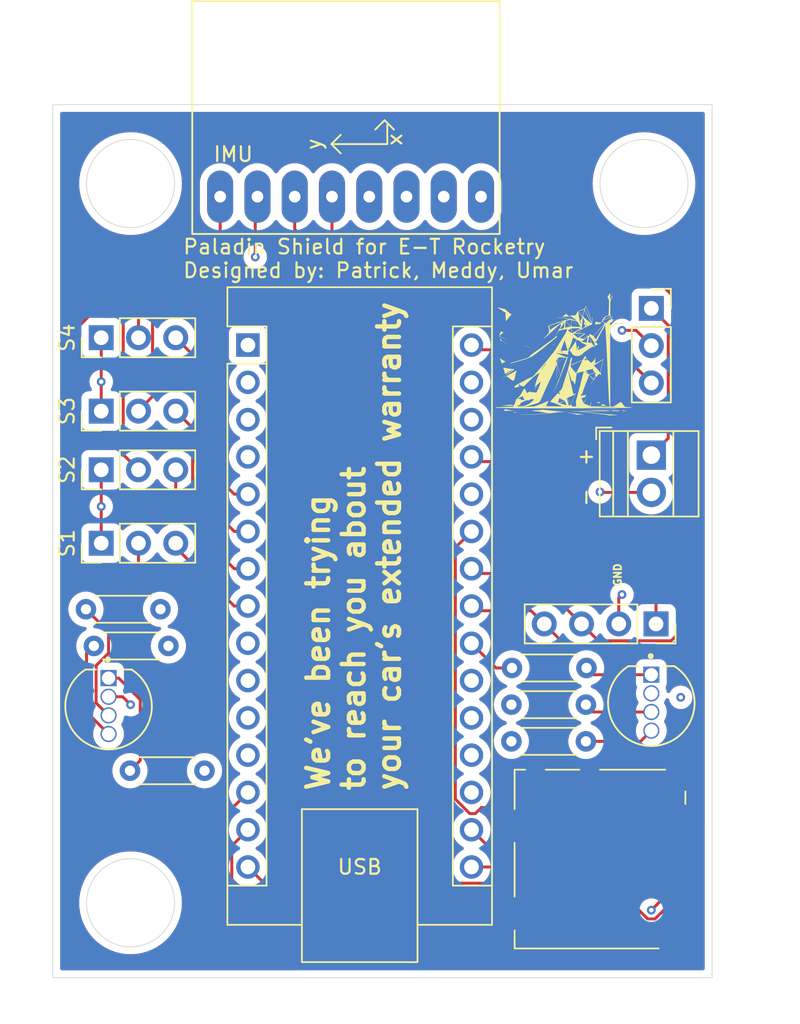
<source format=kicad_pcb>
(kicad_pcb (version 20240108) (generator "pcbnew") (generator_version "8.0")
  (layers (0 "F.Cu" signal) (1 "In1.Cu" signal) (2 "In2.Cu" signal) (31 "B.Cu" signal) (34 "B.Paste" user) (35 "F.Paste" user) (36 "B.SilkS" user "B.Silkscreen") (37 "F.SilkS" user "F.Silkscreen") (38 "B.Mask" user) (39 "F.Mask" user) (44 "Edge.Cuts" user))
  (net 0 "")
  (net 1 "Net-(A1-D4)")
  (net 3 "Net-(A1-A3)")
  (net 4 "Net-(A1-D3)")
  (net 5 "GND")
  (net 6 "Net-(A1-SCL{slash}A5)")
  (net 7 "Net-(A1-D6)")
  (net 8 "Net-(A1-MISO)")
  (net 11 "Net-(A1-D5)")
  (net 12 "Net-(A1-A6)")
  (net 13 "Net-(A1-+5V)")
  (net 14 "Net-(A1-D2)")
  (net 15 "Net-(A1-A1)")
  (net 17 "Net-(A1-D10)")
  (net 19 "Net-(A1-VIN)")
  (net 20 "Net-(A1-SCK)")
  (net 22 "Net-(A1-D7)")
  (net 24 "Net-(A1-MOSI)")
  (net 25 "Net-(A1-SDA{slash}A4)")
  (net 26 "Net-(A1-3V3)")
  (net 27 "Net-(A1-A2)")
  (net 29 "Net-(A1-D8)")
  (net 33 "Net-(J6-Pin_1)")
  (net 38 "Net-(D2-Pad1)")
  (net 39 "Net-(D2-Pad3)")
  (net 40 "Net-(D2-Pad4)")
  (net 41 "Net-(D5-Pad4)")
  (net 42 "Net-(D5-Pad1)")
  (net 43 "Net-(D5-Pad3)")
  (footprint "WP154A4SUREQBFZGC:LED_WP154A4SUREQBFZGC" (layer "F.Cu") (at 81.5 122.595 -90)
    (property "Reference" "D5" (hide yes))
    (property "Value" "WP154A4SUREQBFZGC")
    (pad "1" thru_hole rect (at -1.905 0 270) (size 1.1 1.1) (drill 0.9) (layers "*.Cu" "*.Mask") (net 42 "Net-(D5-Pad1)"))
    (pad "2" thru_hole circle (at -0.635 0 270) (size 1.1 1.1) (drill 0.9) (layers "*.Cu" "*.Mask") (net 5 "GND"))
    (pad "3" thru_hole circle (at 0.635 0 270) (size 1.1 1.1) (drill 0.9) (layers "*.Cu" "*.Mask") (net 43 "Net-(D5-Pad3)"))
    (pad "4" thru_hole circle (at 1.905 0 270) (size 1.1 1.1) (drill 0.9) (layers "*.Cu" "*.Mask") (net 41 "Net-(D5-Pad4)"))
  )
  (footprint "Graphics:paladin" (layer "F.Cu") (at 112.5 98.5)
    (property "Reference" "G***" (hide yes))
    (property "Value" "LOGO" (hide yes))
  )
  (footprint "Resistor_THT:R_Axial_DIN0204_L3.6mm_D1.6mm_P5.08mm_Horizontal" (layer "F.Cu") (at 108.96 122.5)
    (property "Reference" "R5" (hide yes))
    (property "Value" "R")
    (pad "1" thru_hole circle (at 0 0) (size 1.4 1.4) (drill 0.7) (layers "*.Cu" "*.Mask") (net 27 "Net-(A1-A2)"))
    (pad "2" thru_hole oval (at 5.08 0) (size 1.4 1.4) (drill 0.7) (layers "*.Cu" "*.Mask") (net 39 "Net-(D2-Pad3)"))
  )
  (footprint "Connector_PinHeader_2.54mm:PinHeader_1x03_P2.54mm_Vertical" (layer "F.Cu") (at 81 97.5 90)
    (property "Reference" "S4" (at 0 -2.33 90) (layer "F.SilkS"))
    (property "Value" "Conn_01x03")
    (pad "1" thru_hole rect (at 0 0 90) (size 1.7 1.7) (drill 1) (layers "*.Cu" "*.Mask") (net 5 "GND"))
    (pad "2" thru_hole oval (at 0 2.54 90) (size 1.7 1.7) (drill 1) (layers "*.Cu" "*.Mask") (net 19 "Net-(A1-VIN)"))
    (pad "3" thru_hole oval (at 0 5.08 90) (size 1.7 1.7) (drill 1) (layers "*.Cu" "*.Mask") (net 14 "Net-(A1-D2)"))
  )
  (footprint "Module:Arduino_Nano" (layer "F.Cu") (at 91 98)
    (property "Reference" "A1" (hide yes))
    (property "Value" "Arduino_Nano_Every")
    (fp_text user "USB" (at 7.62 35.56 0) (layer "F.SilkS"))
    (pad "1" thru_hole rect (at 0 0) (size 1.6 1.6) (drill 1) (layers "*.Cu" "*.Mask"))
    (pad "2" thru_hole oval (at 0 2.54) (size 1.6 1.6) (drill 1) (layers "*.Cu" "*.Mask"))
    (pad "3" thru_hole oval (at 0 5.08) (size 1.6 1.6) (drill 1) (layers "*.Cu" "*.Mask"))
    (pad "4" thru_hole oval (at 0 7.62) (size 1.6 1.6) (drill 1) (layers "*.Cu" "*.Mask") (net 5 "GND"))
    (pad "5" thru_hole oval (at 0 10.16) (size 1.6 1.6) (drill 1) (layers "*.Cu" "*.Mask") (net 14 "Net-(A1-D2)"))
    (pad "6" thru_hole oval (at 0 12.7) (size 1.6 1.6) (drill 1) (layers "*.Cu" "*.Mask") (net 4 "Net-(A1-D3)"))
    (pad "7" thru_hole oval (at 0 15.24) (size 1.6 1.6) (drill 1) (layers "*.Cu" "*.Mask") (net 1 "Net-(A1-D4)"))
    (pad "8" thru_hole oval (at 0 17.78) (size 1.6 1.6) (drill 1) (layers "*.Cu" "*.Mask") (net 11 "Net-(A1-D5)"))
    (pad "9" thru_hole oval (at 0 20.32) (size 1.6 1.6) (drill 1) (layers "*.Cu" "*.Mask") (net 7 "Net-(A1-D6)"))
    (pad "10" thru_hole oval (at 0 22.86) (size 1.6 1.6) (drill 1) (layers "*.Cu" "*.Mask") (net 22 "Net-(A1-D7)"))
    (pad "11" thru_hole oval (at 0 25.4) (size 1.6 1.6) (drill 1) (layers "*.Cu" "*.Mask") (net 29 "Net-(A1-D8)"))
    (pad "12" thru_hole oval (at 0 27.94) (size 1.6 1.6) (drill 1) (layers "*.Cu" "*.Mask"))
    (pad "13" thru_hole oval (at 0 30.48) (size 1.6 1.6) (drill 1) (layers "*.Cu" "*.Mask") (net 17 "Net-(A1-D10)"))
    (pad "14" thru_hole oval (at 0 33.02) (size 1.6 1.6) (drill 1) (layers "*.Cu" "*.Mask") (net 24 "Net-(A1-MOSI)"))
    (pad "15" thru_hole oval (at 0 35.56) (size 1.6 1.6) (drill 1) (layers "*.Cu" "*.Mask") (net 8 "Net-(A1-MISO)"))
    (pad "16" thru_hole oval (at 15.24 35.56) (size 1.6 1.6) (drill 1) (layers "*.Cu" "*.Mask") (net 20 "Net-(A1-SCK)"))
    (pad "17" thru_hole oval (at 15.24 33.02) (size 1.6 1.6) (drill 1) (layers "*.Cu" "*.Mask") (net 26 "Net-(A1-3V3)"))
    (pad "18" thru_hole oval (at 15.24 30.48) (size 1.6 1.6) (drill 1) (layers "*.Cu" "*.Mask"))
    (pad "19" thru_hole oval (at 15.24 27.94) (size 1.6 1.6) (drill 1) (layers "*.Cu" "*.Mask"))
    (pad "20" thru_hole oval (at 15.24 25.4) (size 1.6 1.6) (drill 1) (layers "*.Cu" "*.Mask") (net 15 "Net-(A1-A1)"))
    (pad "21" thru_hole oval (at 15.24 22.86) (size 1.6 1.6) (drill 1) (layers "*.Cu" "*.Mask") (net 27 "Net-(A1-A2)"))
    (pad "22" thru_hole oval (at 15.24 20.32) (size 1.6 1.6) (drill 1) (layers "*.Cu" "*.Mask") (net 3 "Net-(A1-A3)"))
    (pad "23" thru_hole oval (at 15.24 17.78) (size 1.6 1.6) (drill 1) (layers "*.Cu" "*.Mask") (net 25 "Net-(A1-SDA{slash}A4)"))
    (pad "24" thru_hole oval (at 15.24 15.24) (size 1.6 1.6) (drill 1) (layers "*.Cu" "*.Mask") (net 6 "Net-(A1-SCL{slash}A5)"))
    (pad "25" thru_hole oval (at 15.24 12.7) (size 1.6 1.6) (drill 1) (layers "*.Cu" "*.Mask") (net 12 "Net-(A1-A6)"))
    (pad "26" thru_hole oval (at 15.24 10.16) (size 1.6 1.6) (drill 1) (layers "*.Cu" "*.Mask"))
    (pad "27" thru_hole oval (at 15.24 7.62) (size 1.6 1.6) (drill 1) (layers "*.Cu" "*.Mask") (net 13 "Net-(A1-+5V)"))
    (pad "28" thru_hole oval (at 15.24 5.08) (size 1.6 1.6) (drill 1) (layers "*.Cu" "*.Mask"))
    (pad "29" thru_hole oval (at 15.24 2.54) (size 1.6 1.6) (drill 1) (layers "*.Cu" "*.Mask") (net 5 "GND"))
    (pad "30" thru_hole oval (at 15.24 0) (size 1.6 1.6) (drill 1) (layers "*.Cu" "*.Mask") (net 19 "Net-(A1-VIN)"))
  )
  (footprint "Connector_PinHeader_2.54mm:PinHeader_1x03_P2.54mm_Vertical" (layer "F.Cu") (at 81 106.5 90)
    (property "Reference" "S2" (at 0 -2.33 90) (layer "F.SilkS"))
    (property "Value" "Conn_01x03")
    (pad "1" thru_hole rect (at 0 0 90) (size 1.7 1.7) (drill 1) (layers "*.Cu" "*.Mask") (net 5 "GND"))
    (pad "2" thru_hole oval (at 0 2.54 90) (size 1.7 1.7) (drill 1) (layers "*.Cu" "*.Mask") (net 19 "Net-(A1-VIN)"))
    (pad "3" thru_hole oval (at 0 5.08 90) (size 1.7 1.7) (drill 1) (layers "*.Cu" "*.Mask") (net 1 "Net-(A1-D4)"))
  )
  (footprint "Connector_PinHeader_2.54mm:PinHeader_1x03_P2.54mm_Vertical" (layer "F.Cu") (at 81 102.5 90)
    (property "Reference" "S3" (at 0 -2.33 90) (layer "F.SilkS"))
    (property "Value" "Conn_01x03")
    (pad "1" thru_hole rect (at 0 0 90) (size 1.7 1.7) (drill 1) (layers "*.Cu" "*.Mask") (net 5 "GND"))
    (pad "2" thru_hole oval (at 0 2.54 90) (size 1.7 1.7) (drill 1) (layers "*.Cu" "*.Mask") (net 19 "Net-(A1-VIN)"))
    (pad "3" thru_hole oval (at 0 5.08 90) (size 1.7 1.7) (drill 1) (layers "*.Cu" "*.Mask") (net 4 "Net-(A1-D3)"))
  )
  (footprint "TerminalBlock:TerminalBlock_Xinya_XY308-2.54-2P_1x02_P2.54mm_Horizontal" (layer "F.Cu") (at 118.5 105.5 -90)
    (property "Reference" "-  +" (at 1.5 4.5 90) (layer "F.SilkS"))
    (property "Value" "Screw_Terminal_01x02")
    (pad "1" thru_hole rect (at 0 0 270) (size 2 2) (drill 1.2) (layers "*.Cu" "*.Mask") (net 33 "Net-(J6-Pin_1)"))
    (pad "2" thru_hole circle (at 2.54 0 270) (size 2 2) (drill 1.2) (layers "*.Cu" "*.Mask") (net 5 "GND"))
  )
  (footprint "Resistor_THT:R_Axial_DIN0204_L3.6mm_D1.6mm_P5.08mm_Horizontal" (layer "F.Cu") (at 88.04 127 180)
    (property "Reference" "R3" (hide yes))
    (property "Value" "R")
    (pad "1" thru_hole circle (at 0 0 180) (size 1.4 1.4) (drill 0.7) (layers "*.Cu" "*.Mask") (net 29 "Net-(A1-D8)"))
    (pad "2" thru_hole oval (at 5.08 0 180) (size 1.4 1.4) (drill 0.7) (layers "*.Cu" "*.Mask") (net 42 "Net-(D5-Pad1)"))
  )
  (footprint "Resistor_THT:R_Axial_DIN0204_L3.6mm_D1.6mm_P5.08mm_Horizontal" (layer "F.Cu") (at 109 120)
    (property "Reference" "R4" (hide yes))
    (property "Value" "R")
    (pad "1" thru_hole circle (at 0 0) (size 1.4 1.4) (drill 0.7) (layers "*.Cu" "*.Mask") (net 3 "Net-(A1-A3)"))
    (pad "2" thru_hole oval (at 5.08 0) (size 1.4 1.4) (drill 0.7) (layers "*.Cu" "*.Mask") (net 38 "Net-(D2-Pad1)"))
  )
  (footprint "Resistor_THT:R_Axial_DIN0204_L3.6mm_D1.6mm_P5.08mm_Horizontal" (layer "F.Cu") (at 85.04 116 180)
    (property "Reference" "R2" (hide yes))
    (property "Value" "R")
    (pad "1" thru_hole circle (at 0 0 180) (size 1.4 1.4) (drill 0.7) (layers "*.Cu" "*.Mask") (net 22 "Net-(A1-D7)"))
    (pad "2" thru_hole oval (at 5.08 0 180) (size 1.4 1.4) (drill 0.7) (layers "*.Cu" "*.Mask") (net 43 "Net-(D5-Pad3)"))
  )
  (footprint "Connector_PinHeader_2.54mm:PinHeader_1x03_P2.54mm_Vertical" (layer "F.Cu") (at 81 111.5 90)
    (property "Reference" "S1" (at 0 -2.33 90) (layer "F.SilkS"))
    (property "Value" "Conn_01x03")
    (pad "1" thru_hole rect (at 0 0 90) (size 1.7 1.7) (drill 1) (layers "*.Cu" "*.Mask") (net 5 "GND"))
    (pad "2" thru_hole oval (at 0 2.54 90) (size 1.7 1.7) (drill 1) (layers "*.Cu" "*.Mask") (net 19 "Net-(A1-VIN)"))
    (pad "3" thru_hole oval (at 0 5.08 90) (size 1.7 1.7) (drill 1) (layers "*.Cu" "*.Mask") (net 11 "Net-(A1-D5)"))
  )
  (footprint "GY-521:GY-521" (layer "F.Cu") (at 98 79 90)
    (property "Reference" "U1" (hide yes))
    (property "Value" "GY-521")
    (fp_text user "x" (at -5 3 90) (layer "F.SilkS"))
    (fp_text user "y" (at -5.31 -2.5 90) (layer "F.SilkS"))
    (fp_text user "IMU" (at -6 -8 180) (layer "F.SilkS"))
    (pad "ADO" thru_hole oval (at -8.89 6.35 90) (size 3.556 1.778) (drill 0.8) (layers "*.Cu" "*.Mask"))
    (pad "GND" thru_hole oval (at -8.89 -6.35 90) (size 3.556 1.778) (drill 0.8) (layers "*.Cu" "*.Mask") (net 5 "GND"))
    (pad "INT" thru_hole oval (at -8.89 8.89 90) (size 3.556 1.778) (drill 0.8) (layers "*.Cu" "*.Mask"))
    (pad "SCL" thru_hole oval (at -8.89 -3.81 90) (size 3.556 1.778) (drill 0.8) (layers "*.Cu" "*.Mask") (net 6 "Net-(A1-SCL{slash}A5)"))
    (pad "SDA" thru_hole oval (at -8.89 -1.27 90) (size 3.556 1.778) (drill 0.8) (layers "*.Cu" "*.Mask") (net 25 "Net-(A1-SDA{slash}A4)"))
    (pad "VCC" thru_hole oval (at -8.89 -8.89 90) (size 3.556 1.778) (drill 0.8) (layers "*.Cu" "*.Mask") (net 19 "Net-(A1-VIN)"))
    (pad "XCL" thru_hole oval (at -8.89 3.81 90) (size 3.556 1.778) (drill 0.8) (layers "*.Cu" "*.Mask"))
    (pad "XDA" thru_hole oval (at -8.89 1.27 90) (size 3.556 1.778) (drill 0.8) (layers "*.Cu" "*.Mask"))
  )
  (footprint "Connector_Card:microSD_HC_Molex_104031-0811" (layer "F.Cu") (at 115 133 -90)
    (property "Reference" "J1" (hide yes))
    (property "Value" "Micro_SD_Card_Det1")
    (pad "1" smd rect (at -3.105 -5.45 270) (size 0.85 1.1) (layers "F.Cu" "F.Paste" "F.Mask"))
    (pad "2" smd rect (at -2.005 -5.45 270) (size 0.85 1.1) (layers "F.Cu" "F.Paste" "F.Mask") (net 17 "Net-(A1-D10)"))
    (pad "3" smd rect (at -0.905 -5.45 270) (size 0.85 1.1) (layers "F.Cu" "F.Paste" "F.Mask") (net 24 "Net-(A1-MOSI)"))
    (pad "4" smd rect (at 0.195 -5.45 270) (size 0.85 1.1) (layers "F.Cu" "F.Paste" "F.Mask") (net 26 "Net-(A1-3V3)"))
    (pad "5" smd rect (at 1.295 -5.45 270) (size 0.85 1.1) (layers "F.Cu" "F.Paste" "F.Mask") (net 20 "Net-(A1-SCK)"))
    (pad "6" smd rect (at 2.395 -5.45 270) (size 0.85 1.1) (layers "F.Cu" "F.Paste" "F.Mask") (net 5 "GND"))
    (pad "7" smd rect (at 3.495 -5.45 270) (size 0.85 1.1) (layers "F.Cu" "F.Paste" "F.Mask") (net 8 "Net-(A1-MISO)"))
    (pad "8" smd rect (at 4.545 -5.45 270) (size 0.75 1.1) (layers "F.Cu" "F.Paste" "F.Mask"))
    (pad "9" smd rect (at -5.74 0.7 270) (size 1.2 1) (layers "F.Cu" "F.Paste" "F.Mask") (net 12 "Net-(A1-A6)"))
    (pad "10" smd rect (at -5.74 4.4 270) (size 1.2 1) (layers "F.Cu" "F.Paste" "F.Mask"))
    (pad "11" smd rect (at -5.565 -5.325 270) (size 1.55 1.35) (layers "F.Cu" "F.Paste" "F.Mask"))
    (pad "11" smd rect (at -2.24 5.375 270) (size 1.9 1.35) (layers "F.Cu" "F.Paste" "F.Mask"))
    (pad "11" smd rect (at 3.73 5.375 270) (size 1.9 1.35) (layers "F.Cu" "F.Paste" "F.Mask"))
    (pad "11" smd rect (at 5.755 -5.1 270) (size 1.17 1.8) (layers "F.Cu" "F.Paste" "F.Mask"))
  )
  (footprint "Connector_PinSocket_2.54mm:PinSocket_1x03_P2.54mm_Vertical" (layer "F.Cu") (at 118.5 95.5)
    (property "Reference" "J7" (hide yes))
    (property "Value" "Conn_01x03")
    (pad "1" thru_hole rect (at 0 0) (size 1.7 1.7) (drill 1) (layers "*.Cu" "*.Mask") (net 33 "Net-(J6-Pin_1)"))
    (pad "2" thru_hole oval (at 0 2.54) (size 1.7 1.7) (drill 1) (layers "*.Cu" "*.Mask") (net 5 "GND"))
    (pad "3" thru_hole oval (at 0 5.08) (size 1.7 1.7) (drill 1) (layers "*.Cu" "*.Mask") (net 19 "Net-(A1-VIN)"))
  )
  (footprint "Resistor_THT:R_Axial_DIN0204_L3.6mm_D1.6mm_P5.08mm_Horizontal" (layer "F.Cu") (at 108.96 125)
    (property "Reference" "R6" (hide yes))
    (property "Value" "R")
    (pad "1" thru_hole circle (at 0 0) (size 1.4 1.4) (drill 0.7) (layers "*.Cu" "*.Mask") (net 15 "Net-(A1-A1)"))
    (pad "2" thru_hole oval (at 5.08 0) (size 1.4 1.4) (drill 0.7) (layers "*.Cu" "*.Mask") (net 40 "Net-(D2-Pad4)"))
  )
  (footprint "Resistor_THT:R_Axial_DIN0204_L3.6mm_D1.6mm_P5.08mm_Horizontal" (layer "F.Cu") (at 85.58 118.5 180)
    (property "Reference" "R1" (hide yes))
    (property "Value" "R")
    (pad "1" thru_hole circle (at 0 0 180) (size 1.4 1.4) (drill 0.7) (layers "*.Cu" "*.Mask") (net 7 "Net-(A1-D6)"))
    (pad "2" thru_hole oval (at 5.08 0 180) (size 1.4 1.4) (drill 0.7) (layers "*.Cu" "*.Mask") (net 41 "Net-(D5-Pad4)"))
  )
  (footprint "WP154A4SUREQBFZGC:LED_WP154A4SUREQBFZGC" (layer "F.Cu") (at 118.5 122.365 -90)
    (property "Reference" "D2" (hide yes))
    (property "Value" "WP154A4SUREQBFZGC")
    (pad "1" thru_hole rect (at -1.905 0 270) (size 1.1 1.1) (drill 0.9) (layers "*.Cu" "*.Mask") (net 38 "Net-(D2-Pad1)"))
    (pad "2" thru_hole circle (at -0.635 0 270) (size 1.1 1.1) (drill 0.9) (layers "*.Cu" "*.Mask") (net 5 "GND"))
    (pad "3" thru_hole circle (at 0.635 0 270) (size 1.1 1.1) (drill 0.9) (layers "*.Cu" "*.Mask") (net 39 "Net-(D2-Pad3)"))
    (pad "4" thru_hole circle (at 1.905 0 270) (size 1.1 1.1) (drill 0.9) (layers "*.Cu" "*.Mask") (net 40 "Net-(D2-Pad4)"))
  )
  (footprint "Connector_PinSocket_2.54mm:PinSocket_1x04_P2.54mm_Vertical" (layer "F.Cu") (at 118.82 117 -90)
    (property "Reference" "J8" (hide yes))
    (property "Value" "Conn_01x04")
    (pad "1" thru_hole rect (at 0 0 270) (size 1.7 1.7) (drill 1) (layers "*.Cu" "*.Mask") (net 13 "Net-(A1-+5V)"))
    (pad "2" thru_hole oval (at 0 2.54 270) (size 1.7 1.7) (drill 1) (layers "*.Cu" "*.Mask") (net 5 "GND"))
    (pad "3" thru_hole oval (at 0 5.08 270) (size 1.7 1.7) (drill 1) (layers "*.Cu" "*.Mask") (net 6 "Net-(A1-SCL{slash}A5)"))
    (pad "4" thru_hole oval (at 0 7.62 270) (size 1.7 1.7) (drill 1) (layers "*.Cu" "*.Mask") (net 25 "Net-(A1-SDA{slash}A4)"))
  )
  (gr_circle (center 83 136) (end 86 136) (stroke (width 0.05)) (fill none) (layer "Edge.Cuts"))
  (gr_circle (center 118 87) (end 118 90) (stroke (width 0.05)) (fill none) (layer "Edge.Cuts"))
  (gr_circle (center 83 87) (end 83 84) (stroke (width 0.05)) (fill none) (layer "Edge.Cuts"))
  (gr_rect (start 77.7 81.62) (end 122.64 141.1) (stroke (width 0.05)) (fill none) (layer "Edge.Cuts"))
  (gr_text "GND" (at 116.5 114.5 90) (layer "F.SilkS") (effects (font (size 0.5 0.5) (thickness 0.125) (bold yes)) (justify left bottom)))
  (gr_text "We've been trying \nto reach you about \nyour car's extended warranty" (at 101.5 128.5 90) (layer "F.SilkS") (effects (font (size 1.5 1.5) (thickness 0.3) (bold yes)) (justify left bottom)))
  (gr_text "Paladin Shield for E-T Rocketry\nDesigned by: Patrick, Meddy, Umar" (at 86.5 93.5 0) (layer "F.SilkS") (effects (font (size 1 1)) (justify left bottom)))
  (segment (start 86.08 109.25) (end 86.08 106.5) (width 0.2) (layer "F.Cu") (net 1))
  (segment (start 91 113.24) (end 90.07 113.24) (width 0.2) (layer "F.Cu") (net 1))
  (segment (start 90.07 113.24) (end 86.08 109.25) (width 0.2) (layer "F.Cu") (net 1))
  (segment (start 107.92 120) (end 106.24 118.32) (width 0.2) (layer "F.Cu") (net 3))
  (segment (start 109 120) (end 107.92 120) (width 0.2) (layer "F.Cu") (net 3))
  (segment (start 87.23 107.86) (end 87.23 103.65) (width 0.2) (layer "F.Cu") (net 4))
  (segment (start 90.07 110.7) (end 87.23 107.86) (width 0.2) (layer "F.Cu") (net 4))
  (segment (start 91 110.7) (end 90.07 110.7) (width 0.2) (layer "F.Cu") (net 4))
  (segment (start 87.23 103.65) (end 86.08 102.5) (width 0.2) (layer "F.Cu") (net 4))
  (segment (start 81 106.5) (end 81 109) (width 0.2) (layer "F.Cu") (net 5))
  (segment (start 117.46 97) (end 116.5 97) (width 0.2) (layer "F.Cu") (net 5))
  (segment (start 115.04 108.04) (end 115 108) (width 0.2) (layer "F.Cu") (net 5))
  (segment (start 81 102.5) (end 81 100.5) (width 0.2) (layer "F.Cu") (net 5))
  (segment (start 116.28 115.22) (end 116.28 117) (width 0.2) (layer "F.Cu") (net 5))
  (segment (start 91.65 87.89) (end 91.61 87.89) (width 0.2) (layer "F.Cu") (net 5))
  (segment (start 81 100.5) (end 81 97.5) (width 0.2) (layer "F.Cu") (net 5))
  (segment (start 81.5 121.96) (end 82.46 121.96) (width 0.2) (layer "F.Cu") (net 5))
  (segment (start 119.605 135.395) (end 118.5 136.5) (width 0.2) (layer "F.Cu") (net 5))
  (segment (start 81 109) (end 81 111.5) (width 0.2) (layer "F.Cu") (net 5))
  (segment (start 82.46 121.96) (end 83 122.5) (width 0.2) (layer "F.Cu") (net 5))
  (segment (start 91.5 88) (end 91.61 87.89) (width 0.2) (layer "F.Cu") (net 5))
  (segment (start 118.5 98.04) (end 117.46 97) (width 0.2) (layer "F.Cu") (net 5))
  (segment (start 118.5 108.04) (end 115.04 108.04) (width 0.2) (layer "F.Cu") (net 5))
  (segment (start 116.5 115) (end 116.28 115.22) (width 0.2) (layer "F.Cu") (net 5))
  (segment (start 120.45 135.395) (end 119.605 135.395) (width 0.2) (layer "F.Cu") (net 5))
  (segment (start 91.5 88) (end 91.5 92) (width 0.2) (layer "F.Cu") (net 5))
  (via (at 118.5 136.5) (size 0.6) (drill 0.3) (layers "F.Cu" "B.Cu") (net 5))
  (via (at 120.5 122) (size 0.6) (drill 0.3) (layers "F.Cu" "B.Cu") (net 5))
  (via (at 83 122.5) (size 0.6) (drill 0.3) (layers "F.Cu" "B.Cu") (net 5))
  (via (at 115 108) (size 0.6) (drill 0.3) (layers "F.Cu" "B.Cu") (net 5))
  (via (at 91.5 92) (size 0.6) (drill 0.3) (layers "F.Cu" "B.Cu") (net 5))
  (via (at 116.5 97) (size 0.6) (drill 0.3) (layers "F.Cu" "B.Cu") (net 5))
  (via (at 116.5 115) (size 0.6) (drill 0.3) (layers "F.Cu" "B.Cu") (net 5))
  (via (at 81 100.5) (size 0.6) (drill 0.3) (layers "F.Cu" "B.Cu") (net 5))
  (via (at 81 109) (size 0.6) (drill 0.3) (layers "F.Cu" "B.Cu") (net 5))
  (segment (start 94.19 87.89) (end 94.19 90.115685) (width 0.2) (layer "F.Cu") (net 6))
  (segment (start 113.74 117) (end 110.3 113.56) (width 0.2) (layer "F.Cu") (net 6))
  (segment (start 119.85 118.15) (end 114.89 118.15) (width 0.2) (layer "F.Cu") (net 6))
  (segment (start 110.3 113.56) (end 106.56 113.56) (width 0.2) (layer "F.Cu") (net 6))
  (segment (start 118.8 93.5) (end 120.5 95.2) (width 0.2) (layer "F.Cu") (net 6))
  (segment (start 114.89 118.15) (end 113.74 117) (width 0.2) (layer "F.Cu") (net 6))
  (segment (start 96 91.925685) (end 96 93.5) (width 0.2) (layer "F.Cu") (net 6))
  (segment (start 94.19 90.115685) (end 96 91.925685) (width 0.2) (layer "F.Cu") (net 6))
  (segment (start 96 93.5) (end 118.8 93.5) (width 0.2) (layer "F.Cu") (net 6))
  (segment (start 120.5 95.2) (end 120.5 117.5) (width 0.2) (layer "F.Cu") (net 6))
  (segment (start 120.5 117.5) (end 119.85 118.15) (width 0.2) (layer "F.Cu") (net 6))
  (segment (start 106.56 113.56) (end 106.24 113.24) (width 0.2) (layer "F.Cu") (net 6))
  (segment (start 115.811471 134.66) (end 92.1 134.66) (width 0.2) (layer "F.Cu") (net 8))
  (segment (start 119.353529 136.495) (end 118.748529 137.1) (width 0.2) (layer "F.Cu") (net 8))
  (segment (start 92.1 134.66) (end 91 133.56) (width 0.2) (layer "F.Cu") (net 8))
  (segment (start 118.748529 137.1) (end 118.251471 137.1) (width 0.2) (layer "F.Cu") (net 8))
  (segment (start 120.45 136.495) (end 119.353529 136.495) (width 0.2) (layer "F.Cu") (net 8))
  (segment (start 118.251471 137.1) (end 115.811471 134.66) (width 0.2) (layer "F.Cu") (net 8))
  (segment (start 86.08 111.79) (end 86.08 111.5) (width 0.2) (layer "F.Cu") (net 11))
  (segment (start 90.07 115.78) (end 86.08 111.79) (width 0.2) (layer "F.Cu") (net 11))
  (segment (start 91 115.78) (end 90.07 115.78) (width 0.2) (layer "F.Cu") (net 11))
  (segment (start 105.14 128.935635) (end 105.14 111.8) (width 0.2) (layer "F.Cu") (net 12))
  (segment (start 114.3 127.26) (end 112.05 129.51) (width 0.2) (layer "F.Cu") (net 12))
  (segment (start 105.14 111.8) (end 106.24 110.7) (width 0.2) (layer "F.Cu") (net 12))
  (segment (start 106.124365 129.92) (end 105.14 128.935635) (width 0.2) (layer "F.Cu") (net 12))
  (segment (start 112.05 129.51) (end 106.91 129.51) (width 0.2) (layer "F.Cu") (net 12))
  (segment (start 106.5 129.92) (end 106.124365 129.92) (width 0.2) (layer "F.Cu") (net 12))
  (segment (start 106.91 129.51) (end 106.5 129.92) (width 0.2) (layer "F.Cu") (net 12))
  (segment (start 111.44 105.94) (end 106.56 105.94) (width 0.2) (layer "F.Cu") (net 13))
  (segment (start 106.56 105.94) (end 106.24 105.62) (width 0.2) (layer "F.Cu") (net 13))
  (segment (start 118.82 113.32) (end 111.44 105.94) (width 0.2) (layer "F.Cu") (net 13))
  (segment (start 118.82 117) (end 118.82 113.32) (width 0.2) (layer "F.Cu") (net 13))
  (segment (start 87.63 99.05) (end 86.08 97.5) (width 0.2) (layer "F.Cu") (net 14))
  (segment (start 90.07 108.16) (end 87.63 105.72) (width 0.2) (layer "F.Cu") (net 14))
  (segment (start 91 108.16) (end 90.07 108.16) (width 0.2) (layer "F.Cu") (net 14))
  (segment (start 87.63 105.72) (end 87.63 99.05) (width 0.2) (layer "F.Cu") (net 14))
  (segment (start 121.7 131.495) (end 121.7 139.805685) (width 0.2) (layer "F.Cu") (net 17))
  (segment (start 121.7 139.805685) (end 121.465685 140.04) (width 0.2) (layer "F.Cu") (net 17))
  (segment (start 94.974314 140.04) (end 89.5 134.565686) (width 0.2) (layer "F.Cu") (net 17))
  (segment (start 121.2 130.995) (end 121.7 131.495) (width 0.2) (layer "F.Cu") (net 17))
  (segment (start 121.465685 140.04) (end 94.974314 140.04) (width 0.2) (layer "F.Cu") (net 17))
  (segment (start 89.5 134.565686) (end 89.5 129.98) (width 0.2) (layer "F.Cu") (net 17))
  (segment (start 120.45 130.995) (end 121.2 130.995) (width 0.2) (layer "F.Cu") (net 17))
  (segment (start 89.5 129.98) (end 91 128.48) (width 0.2) (layer "F.Cu") (net 17))
  (segment (start 84 94) (end 84.5 93.5) (width 0.2) (layer "F.Cu") (net 19))
  (segment (start 106.24 98) (end 106.56 98.32) (width 0.2) (layer "F.Cu") (net 19))
  (segment (start 79 97.2) (end 82.2 94) (width 0.2) (layer "F.Cu") (net 19))
  (segment (start 89.11 87.89) (end 89.11 94.04) (width 0.2) (layer "F.Cu") (net 19))
  (segment (start 106.56 98.32) (end 116.24 98.32) (width 0.2) (layer "F.Cu") (net 19))
  (segment (start 83.54 94.46) (end 83.54 97.5) (width 0.2) (layer "F.Cu") (net 19))
  (segment (start 84.5 93.5) (end 83.54 94.46) (width 0.2) (layer "F.Cu") (net 19))
  (segment (start 83.54 111.5) (end 83.54 113.96) (width 0.2) (layer "F.Cu") (net 19))
  (segment (start 116.24 98.32) (end 118.5 100.58) (width 0.2) (layer "F.Cu") (net 19))
  (segment (start 83.5 102.5) (end 84.5 101.5) (width 0.2) (layer "F.Cu") (net 19))
  (segment (start 115.5 97.58) (end 118.5 100.58) (width 0.2) (layer "F.Cu") (net 19))
  (segment (start 83.5 114) (end 79 114) (width 0.2) (layer "F.Cu") (net 19))
  (segment (start 83.54 113.96) (end 83.5 114) (width 0.2) (layer "F.Cu") (net 19))
  (segment (start 89.11 94.04) (end 89 94.15) (width 0.2) (layer "F.Cu") (net 19))
  (segment (start 82.5 105.46) (end 82.5 94.5) (width 0.2) (layer "F.Cu") (net 19))
  (segment (start 82.2 94) (end 84 94) (width 0.2) (layer "F.Cu") (net 19))
  (segment (start 84.5 101.5) (end 84.5 93.5) (width 0.2) (layer "F.Cu") (net 19))
  (segment (start 83 94) (end 84 94) (width 0.2) (layer "F.Cu") (net 19))
  (segment (start 89 94.15) (end 115.5 94.15) (width 0.2) (layer "F.Cu") (net 19))
  (segment (start 84.5 93.5) (end 85.15 94.15) (width 0.2) (layer "F.Cu") (net 19))
  (segment (start 83.54 102.5) (end 83.5 102.5) (width 0.2) (layer "F.Cu") (net 19))
  (segment (start 79 114) (end 79 97.2) (width 0.2) (layer "F.Cu") (net 19))
  (segment (start 115.5 94.15) (end 115.5 97.58) (width 0.2) (layer "F.Cu") (net 19))
  (segment (start 82.5 94.5) (end 83 94) (width 0.2) (layer "F.Cu") (net 19))
  (segment (start 85.15 94.15) (end 89 94.15) (width 0.2) (layer "F.Cu") (net 19))
  (segment (start 83.54 106.5) (end 82.5 105.46) (width 0.2) (layer "F.Cu") (net 19))
  (segment (start 119.7 134.295) (end 118.965 133.56) (width 0.2) (layer "F.Cu") (net 20))
  (segment (start 120.45 134.295) (end 119.7 134.295) (width 0.2) (layer "F.Cu") (net 20))
  (segment (start 118.965 133.56) (end 106.24 133.56) (width 0.2) (layer "F.Cu") (net 20))
  (segment (start 120.925 132.095) (end 121.3 132.47) (width 0.2) (layer "F.Cu") (net 24))
  (segment (start 95.14 139.64) (end 89.9 134.4) (width 0.2) (layer "F.Cu") (net 24))
  (segment (start 89.9 132.12) (end 91 131.02) (width 0.2) (layer "F.Cu") (net 24))
  (segment (start 121.3 132.47) (end 121.3 139.64) (width 0.2) (layer "F.Cu") (net 24))
  (segment (start 89.9 134.4) (end 89.9 132.12) (width 0.2) (layer "F.Cu") (net 24))
  (segment (start 120.45 132.095) (end 120.925 132.095) (width 0.2) (layer "F.Cu") (net 24))
  (segment (start 121.3 139.64) (end 95.14 139.64) (width 0.2) (layer "F.Cu") (net 24))
  (segment (start 96.73 91.73) (end 96.73 87.89) (width 0.2) (layer "F.Cu") (net 25))
  (segment (start 120.9 95.034314) (end 118.365686 92.5) (width 0.2) (layer "F.Cu") (net 25))
  (segment (start 111.2 117) (end 112.75 118.55) (width 0.2) (layer "F.Cu") (net 25))
  (segment (start 97.5 92.5) (end 96.73 91.73) (width 0.2) (layer "F.Cu") (net 25))
  (segment (start 111.2 117) (end 110.3 116.1) (width 0.2) (layer "F.Cu") (net 25))
  (segment (start 112.75 118.55) (end 120.45 118.55) (width 0.2) (layer "F.Cu") (net 25))
  (segment (start 106.56 116.1) (end 106.24 115.78) (width 0.2) (layer "F.Cu") (net 25))
  (segment (start 120.45 118.55) (end 120.9 118.1) (width 0.2) (layer "F.Cu") (net 25))
  (segment (start 110.3 116.1) (end 106.56 116.1) (width 0.2) (layer "F.Cu") (net 25))
  (segment (start 118.365686 92.5) (end 97.5 92.5) (width 0.2) (layer "F.Cu") (net 25))
  (segment (start 120.9 118.1) (end 120.9 95.034314) (width 0.2) (layer "F.Cu") (net 25))
  (segment (start 107.23 132.01) (end 106.24 131.02) (width 0.2) (layer "F.Cu") (net 26))
  (segment (start 119.7 133.195) (end 118.515 132.01) (width 0.2) (layer "F.Cu") (net 26))
  (segment (start 120.45 133.195) (end 119.7 133.195) (width 0.2) (layer "F.Cu") (net 26))
  (segment (start 118.515 132.01) (end 107.23 132.01) (width 0.2) (layer "F.Cu") (net 26))
  (segment (start 119.65 96.65) (end 118.5 95.5) (width 0.2) (layer "F.Cu") (net 33))
  (segment (start 118.5 105.5) (end 119.65 104.35) (width 0.2) (layer "F.Cu") (net 33))
  (segment (start 119.65 104.35) (end 119.65 96.65) (width 0.2) (layer "F.Cu") (net 33))
  (segment (start 114.54 120.46) (end 114.08 120) (width 0.2) (layer "F.Cu") (net 38))
  (segment (start 118.5 120.46) (end 114.54 120.46) (width 0.2) (layer "F.Cu") (net 38))
  (segment (start 118.5 123) (end 114.54 123) (width 0.2) (layer "F.Cu") (net 39))
  (segment (start 114.54 123) (end 114.04 122.5) (width 0.2) (layer "F.Cu") (net 39))
  (segment (start 118.5 124.27) (end 117.77 125) (width 0.2) (layer "F.Cu") (net 40))
  (segment (start 117.77 125) (end 114.04 125) (width 0.2) (layer "F.Cu") (net 40))
  (segment (start 80 123) (end 81.5 124.5) (width 0.2) (layer "F.Cu") (net 41))
  (segment (start 80.5 118.5) (end 80 119) (width 0.2) (layer "F.Cu") (net 41))
  (segment (start 80 119) (end 80 123) (width 0.2) (layer "F.Cu") (net 41))
  (segment (start 83.66 126.3) (end 83.66 122.16) (width 0.2) (layer "F.Cu") (net 42))
  (segment (start 82.96 127) (end 83.66 126.3) (width 0.2) (layer "F.Cu") (net 42))
  (segment (start 83.66 122.16) (end 82.19 120.69) (width 0.2) (layer "F.Cu") (net 42))
  (segment (start 82.19 120.69) (end 81.5 120.69) (width 0.2) (layer "F.Cu") (net 42))
  (segment (start 81.5 117.54) (end 81.5 118.99) (width 0.2) (layer "F.Cu") (net 43))
  (segment (start 81.5 118.99) (end 80.65 119.84) (width 0.2) (layer "F.Cu") (net 43))
  (segment (start 79.96 116) (end 81.5 117.54) (width 0.2) (layer "F.Cu") (net 43))
  (segment (start 80.65 122.38) (end 81.5 123.23) (width 0.2) (layer "F.Cu") (net 43))
  (segment (start 80.65 119.84) (end 80.65 122.38) (width 0.2) (layer "F.Cu") (net 43))
  (zone (net 0) (net_name "") (layers "F&B.Cu") (connect_pads (clearance 0.5)) (min_thickness 0.25) (fill yes (thermal_gap 0.5) (thermal_bridge_width 0.5) (island_removal_mode 1) (island_area_min 10))
    (polygon (pts (xy 76.82 80.02) (xy 75.91 142.47) (xy 126.54 142.32) (xy 124.11 80.02)))
  )
)
</source>
